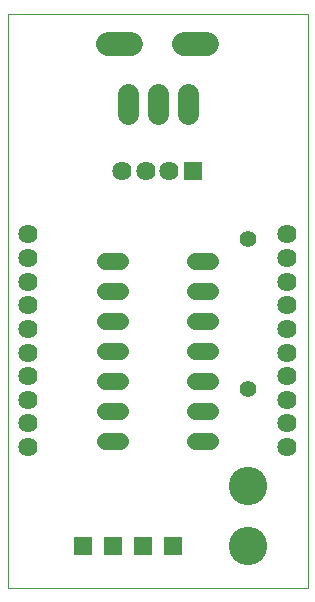
<source format=gbs>
G75*
%MOIN*%
%OFA0B0*%
%FSLAX24Y24*%
%IPPOS*%
%LPD*%
%ADD10C,0.0000*%
%ADD11R,0.0634X0.0634*%
%ADD12C,0.0640*%
%ADD13C,0.0560*%
%ADD14C,0.0690*%
%ADD15C,0.1280*%
%ADD16R,0.0640X0.0640*%
%ADD17C,0.0808*%
%ADD18C,0.0560*%
D10*
X000680Y001055D02*
X000680Y020180D01*
X010680Y020180D01*
X010680Y001055D01*
X000680Y001055D01*
D11*
X003180Y002430D03*
X004180Y002430D03*
X005180Y002430D03*
X006180Y002430D03*
D12*
X010011Y005743D03*
X010011Y006530D03*
X010011Y007318D03*
X010011Y008105D03*
X010011Y008893D03*
X010011Y009680D03*
X010011Y010467D03*
X010011Y011255D03*
X010011Y012042D03*
X010011Y012830D03*
X006074Y014930D03*
X005286Y014930D03*
X004499Y014930D03*
X001349Y012830D03*
X001349Y012042D03*
X001349Y011255D03*
X001349Y010467D03*
X001349Y009680D03*
X001349Y008893D03*
X001349Y008105D03*
X001349Y007318D03*
X001349Y006530D03*
X001349Y005743D03*
D13*
X003920Y005930D02*
X004440Y005930D01*
X004440Y006930D02*
X003920Y006930D01*
X003920Y007930D02*
X004440Y007930D01*
X004440Y008930D02*
X003920Y008930D01*
X003920Y009930D02*
X004440Y009930D01*
X004440Y010930D02*
X003920Y010930D01*
X003920Y011930D02*
X004440Y011930D01*
X006920Y011930D02*
X007440Y011930D01*
X007440Y010930D02*
X006920Y010930D01*
X006920Y009930D02*
X007440Y009930D01*
X007440Y008930D02*
X006920Y008930D01*
X006920Y007930D02*
X007440Y007930D01*
X007440Y006930D02*
X006920Y006930D01*
X006920Y005930D02*
X007440Y005930D01*
D14*
X006680Y016855D02*
X006680Y017505D01*
X005680Y017505D02*
X005680Y016855D01*
X004680Y016855D02*
X004680Y017505D01*
D15*
X008680Y004430D03*
X008680Y002430D03*
D16*
X006861Y014930D03*
D17*
X006576Y019180D02*
X007343Y019180D01*
X004784Y019180D02*
X004017Y019180D01*
D18*
X008680Y012680D03*
X008680Y007680D03*
M02*

</source>
